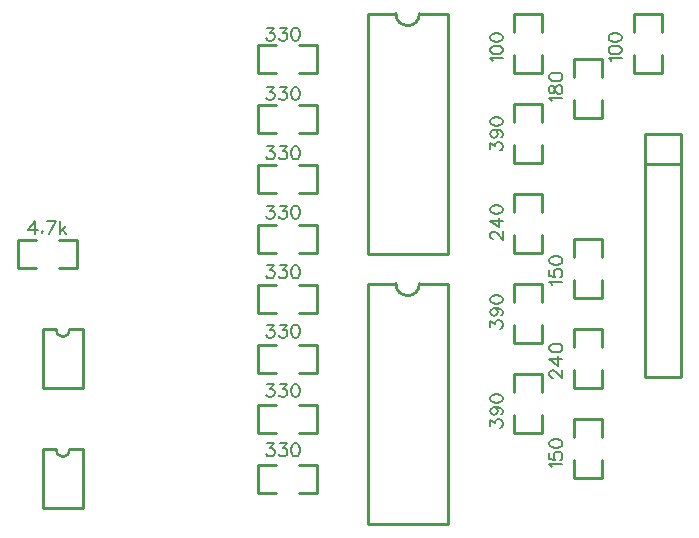
<source format=gto>
G04 Layer: TopSilkLayer*
G04 EasyEDA v6.3.41, 2020-05-05T16:43:25+03:00*
G04 77c085e715fd4d51943bb8e8cf624b98,92992e1295734089b6e5f9c93eeafd8a,10*
G04 Gerber Generator version 0.2*
G04 Scale: 100 percent, Rotated: No, Reflected: No *
G04 Dimensions in inches *
G04 leading zeros omitted , absolute positions ,2 integer and 4 decimal *
%FSLAX24Y24*%
%MOIN*%
G90*
G70D02*

%ADD10C,0.010000*%
%ADD19C,0.006000*%

%LPD*%
G54D10*
G01X4236Y4480D02*
G01X4669Y4480D01*
G01X4669Y2515D01*
G01X4669Y2515D02*
G01X3342Y2515D01*
G01X3342Y2515D02*
G01X3342Y4480D01*
G01X3771Y4480D01*
G01X4236Y8480D02*
G01X4669Y8480D01*
G01X4669Y6515D01*
G01X4669Y6515D02*
G01X3342Y6515D01*
G01X3342Y6515D02*
G01X3342Y8480D01*
G01X3771Y8480D01*
G01X24600Y15000D02*
G01X24600Y15000D01*
G01X23400Y15000D01*
G01X23400Y6900D01*
G01X24600Y6900D01*
G01X24600Y15000D01*
G01X24600Y14000D02*
G01X23400Y14000D01*
G01X19027Y11015D02*
G01X19972Y11015D01*
G01X19972Y12393D02*
G01X19972Y12984D01*
G01X19027Y12393D02*
G01X19027Y12984D01*
G01X19972Y11606D02*
G01X19972Y11015D01*
G01X19027Y11606D02*
G01X19027Y11015D01*
G01X19027Y12984D02*
G01X19972Y12984D01*
G01X19027Y8015D02*
G01X19972Y8015D01*
G01X19972Y9393D02*
G01X19972Y9984D01*
G01X19027Y9393D02*
G01X19027Y9984D01*
G01X19972Y8606D02*
G01X19972Y8015D01*
G01X19027Y8606D02*
G01X19027Y8015D01*
G01X19027Y9984D02*
G01X19972Y9984D01*
G01X21972Y5484D02*
G01X21027Y5484D01*
G01X21027Y4106D02*
G01X21027Y3515D01*
G01X21972Y4106D02*
G01X21972Y3515D01*
G01X21027Y4893D02*
G01X21027Y5484D01*
G01X21972Y4893D02*
G01X21972Y5484D01*
G01X21972Y3515D02*
G01X21027Y3515D01*
G01X21972Y8484D02*
G01X21027Y8484D01*
G01X21027Y7106D02*
G01X21027Y6515D01*
G01X21972Y7106D02*
G01X21972Y6515D01*
G01X21027Y7893D02*
G01X21027Y8484D01*
G01X21972Y7893D02*
G01X21972Y8484D01*
G01X21972Y6515D02*
G01X21027Y6515D01*
G01X19027Y5015D02*
G01X19972Y5015D01*
G01X19972Y6393D02*
G01X19972Y6984D01*
G01X19027Y6393D02*
G01X19027Y6984D01*
G01X19972Y5606D02*
G01X19972Y5015D01*
G01X19027Y5606D02*
G01X19027Y5015D01*
G01X19027Y6984D02*
G01X19972Y6984D01*
G01X4484Y10527D02*
G01X4484Y11472D01*
G01X3106Y11472D02*
G01X2515Y11472D01*
G01X3106Y10527D02*
G01X2515Y10527D01*
G01X3893Y11472D02*
G01X4484Y11472D01*
G01X3893Y10527D02*
G01X4484Y10527D01*
G01X2515Y10527D02*
G01X2515Y11472D01*
G01X10515Y9972D02*
G01X10515Y9027D01*
G01X11893Y9027D02*
G01X12484Y9027D01*
G01X11893Y9972D02*
G01X12484Y9972D01*
G01X11106Y9027D02*
G01X10515Y9027D01*
G01X11106Y9972D02*
G01X10515Y9972D01*
G01X12484Y9972D02*
G01X12484Y9027D01*
G01X10515Y7972D02*
G01X10515Y7027D01*
G01X11893Y7027D02*
G01X12484Y7027D01*
G01X11893Y7972D02*
G01X12484Y7972D01*
G01X11106Y7027D02*
G01X10515Y7027D01*
G01X11106Y7972D02*
G01X10515Y7972D01*
G01X12484Y7972D02*
G01X12484Y7027D01*
G01X23972Y18984D02*
G01X23027Y18984D01*
G01X23027Y17606D02*
G01X23027Y17015D01*
G01X23972Y17606D02*
G01X23972Y17015D01*
G01X23027Y18393D02*
G01X23027Y18984D01*
G01X23972Y18393D02*
G01X23972Y18984D01*
G01X23972Y17015D02*
G01X23027Y17015D01*
G01X10515Y3972D02*
G01X10515Y3027D01*
G01X11893Y3027D02*
G01X12484Y3027D01*
G01X11893Y3972D02*
G01X12484Y3972D01*
G01X11106Y3027D02*
G01X10515Y3027D01*
G01X11106Y3972D02*
G01X10515Y3972D01*
G01X12484Y3972D02*
G01X12484Y3027D01*
G01X10515Y17972D02*
G01X10515Y17027D01*
G01X11893Y17027D02*
G01X12484Y17027D01*
G01X11893Y17972D02*
G01X12484Y17972D01*
G01X11106Y17027D02*
G01X10515Y17027D01*
G01X11106Y17972D02*
G01X10515Y17972D01*
G01X12484Y17972D02*
G01X12484Y17027D01*
G01X10515Y15972D02*
G01X10515Y15027D01*
G01X11893Y15027D02*
G01X12484Y15027D01*
G01X11893Y15972D02*
G01X12484Y15972D01*
G01X11106Y15027D02*
G01X10515Y15027D01*
G01X11106Y15972D02*
G01X10515Y15972D01*
G01X12484Y15972D02*
G01X12484Y15027D01*
G01X10515Y13972D02*
G01X10515Y13027D01*
G01X11893Y13027D02*
G01X12484Y13027D01*
G01X11893Y13972D02*
G01X12484Y13972D01*
G01X11106Y13027D02*
G01X10515Y13027D01*
G01X11106Y13972D02*
G01X10515Y13972D01*
G01X12484Y13972D02*
G01X12484Y13027D01*
G01X10515Y11972D02*
G01X10515Y11027D01*
G01X11893Y11027D02*
G01X12484Y11027D01*
G01X11893Y11972D02*
G01X12484Y11972D01*
G01X11106Y11027D02*
G01X10515Y11027D01*
G01X11106Y11972D02*
G01X10515Y11972D01*
G01X12484Y11972D02*
G01X12484Y11027D01*
G01X19027Y17015D02*
G01X19972Y17015D01*
G01X19972Y18393D02*
G01X19972Y18984D01*
G01X19027Y18393D02*
G01X19027Y18984D01*
G01X19972Y17606D02*
G01X19972Y17015D01*
G01X19027Y17606D02*
G01X19027Y17015D01*
G01X19027Y18984D02*
G01X19972Y18984D01*
G01X19027Y14015D02*
G01X19972Y14015D01*
G01X19972Y15393D02*
G01X19972Y15984D01*
G01X19027Y15393D02*
G01X19027Y15984D01*
G01X19972Y14606D02*
G01X19972Y14015D01*
G01X19027Y14606D02*
G01X19027Y14015D01*
G01X19027Y15984D02*
G01X19972Y15984D01*
G01X21027Y15515D02*
G01X21972Y15515D01*
G01X21972Y16893D02*
G01X21972Y17484D01*
G01X21027Y16893D02*
G01X21027Y17484D01*
G01X21972Y16106D02*
G01X21972Y15515D01*
G01X21027Y16106D02*
G01X21027Y15515D01*
G01X21027Y17484D02*
G01X21972Y17484D01*
G01X21972Y11484D02*
G01X21027Y11484D01*
G01X21027Y10106D02*
G01X21027Y9515D01*
G01X21972Y10106D02*
G01X21972Y9515D01*
G01X21027Y10893D02*
G01X21027Y11484D01*
G01X21972Y10893D02*
G01X21972Y11484D01*
G01X21972Y9515D02*
G01X21027Y9515D01*
G01X10515Y5972D02*
G01X10515Y5027D01*
G01X11893Y5027D02*
G01X12484Y5027D01*
G01X11893Y5972D02*
G01X12484Y5972D01*
G01X11106Y5027D02*
G01X10515Y5027D01*
G01X11106Y5972D02*
G01X10515Y5972D01*
G01X12484Y5972D02*
G01X12484Y5027D01*
G01X14161Y11000D02*
G01X14161Y19000D01*
G01X16838Y11000D02*
G01X16838Y19000D01*
G01X16838Y11000D02*
G01X14161Y11000D01*
G01X16838Y19000D02*
G01X15893Y19000D01*
G01X14161Y19000D02*
G01X15106Y19000D01*
G01X14161Y2000D02*
G01X14161Y10000D01*
G01X16838Y2000D02*
G01X16838Y10000D01*
G01X16838Y2000D02*
G01X14161Y2000D01*
G01X16838Y10000D02*
G01X15893Y10000D01*
G01X14161Y10000D02*
G01X15106Y10000D01*
G54D19*
G01X18347Y11490D02*
G01X18327Y11490D01*
G01X18286Y11511D01*
G01X18265Y11530D01*
G01X18246Y11571D01*
G01X18246Y11653D01*
G01X18265Y11694D01*
G01X18286Y11715D01*
G01X18327Y11736D01*
G01X18368Y11736D01*
G01X18410Y11715D01*
G01X18471Y11675D01*
G01X18675Y11469D01*
G01X18675Y11755D01*
G01X18246Y12096D02*
G01X18531Y11890D01*
G01X18531Y12198D01*
G01X18246Y12096D02*
G01X18675Y12096D01*
G01X18246Y12455D02*
G01X18265Y12394D01*
G01X18327Y12353D01*
G01X18430Y12332D01*
G01X18490Y12332D01*
G01X18593Y12353D01*
G01X18655Y12394D01*
G01X18675Y12455D01*
G01X18675Y12496D01*
G01X18655Y12557D01*
G01X18593Y12598D01*
G01X18490Y12619D01*
G01X18430Y12619D01*
G01X18327Y12598D01*
G01X18265Y12557D01*
G01X18246Y12496D01*
G01X18246Y12455D01*
G01X18246Y8540D02*
G01X18246Y8765D01*
G01X18410Y8642D01*
G01X18410Y8705D01*
G01X18430Y8744D01*
G01X18450Y8765D01*
G01X18511Y8786D01*
G01X18552Y8786D01*
G01X18614Y8765D01*
G01X18655Y8725D01*
G01X18675Y8663D01*
G01X18675Y8601D01*
G01X18655Y8540D01*
G01X18635Y8519D01*
G01X18593Y8500D01*
G01X18389Y9186D02*
G01X18450Y9167D01*
G01X18490Y9126D01*
G01X18511Y9065D01*
G01X18511Y9044D01*
G01X18490Y8982D01*
G01X18450Y8942D01*
G01X18389Y8921D01*
G01X18368Y8921D01*
G01X18306Y8942D01*
G01X18265Y8982D01*
G01X18246Y9044D01*
G01X18246Y9065D01*
G01X18265Y9126D01*
G01X18306Y9167D01*
G01X18389Y9186D01*
G01X18490Y9186D01*
G01X18593Y9167D01*
G01X18655Y9126D01*
G01X18675Y9065D01*
G01X18675Y9023D01*
G01X18655Y8961D01*
G01X18614Y8942D01*
G01X18246Y9444D02*
G01X18265Y9384D01*
G01X18327Y9342D01*
G01X18430Y9321D01*
G01X18490Y9321D01*
G01X18593Y9342D01*
G01X18655Y9384D01*
G01X18675Y9444D01*
G01X18675Y9486D01*
G01X18655Y9546D01*
G01X18593Y9588D01*
G01X18490Y9609D01*
G01X18430Y9609D01*
G01X18327Y9588D01*
G01X18265Y9546D01*
G01X18246Y9486D01*
G01X18246Y9444D01*
G01X20307Y3880D02*
G01X20286Y3921D01*
G01X20226Y3982D01*
G01X20655Y3982D01*
G01X20226Y4363D02*
G01X20226Y4157D01*
G01X20410Y4138D01*
G01X20389Y4157D01*
G01X20368Y4219D01*
G01X20368Y4280D01*
G01X20389Y4342D01*
G01X20430Y4382D01*
G01X20492Y4403D01*
G01X20532Y4403D01*
G01X20593Y4382D01*
G01X20635Y4342D01*
G01X20655Y4280D01*
G01X20655Y4219D01*
G01X20635Y4157D01*
G01X20614Y4138D01*
G01X20573Y4117D01*
G01X20226Y4661D02*
G01X20246Y4600D01*
G01X20307Y4559D01*
G01X20410Y4538D01*
G01X20471Y4538D01*
G01X20573Y4559D01*
G01X20635Y4600D01*
G01X20655Y4661D01*
G01X20655Y4701D01*
G01X20635Y4763D01*
G01X20573Y4805D01*
G01X20471Y4825D01*
G01X20410Y4825D01*
G01X20307Y4805D01*
G01X20246Y4763D01*
G01X20226Y4701D01*
G01X20226Y4661D01*
G01X20327Y6869D02*
G01X20307Y6869D01*
G01X20267Y6890D01*
G01X20246Y6911D01*
G01X20226Y6951D01*
G01X20226Y7034D01*
G01X20246Y7075D01*
G01X20267Y7094D01*
G01X20307Y7115D01*
G01X20348Y7115D01*
G01X20389Y7094D01*
G01X20451Y7055D01*
G01X20655Y6850D01*
G01X20655Y7136D01*
G01X20226Y7476D02*
G01X20511Y7271D01*
G01X20511Y7578D01*
G01X20226Y7476D02*
G01X20655Y7476D01*
G01X20226Y7836D02*
G01X20246Y7775D01*
G01X20307Y7734D01*
G01X20410Y7713D01*
G01X20471Y7713D01*
G01X20573Y7734D01*
G01X20635Y7775D01*
G01X20655Y7836D01*
G01X20655Y7876D01*
G01X20635Y7938D01*
G01X20573Y7978D01*
G01X20471Y8000D01*
G01X20410Y8000D01*
G01X20307Y7978D01*
G01X20246Y7938D01*
G01X20226Y7876D01*
G01X20226Y7836D01*
G01X18246Y5240D02*
G01X18246Y5465D01*
G01X18410Y5342D01*
G01X18410Y5405D01*
G01X18430Y5444D01*
G01X18450Y5465D01*
G01X18511Y5486D01*
G01X18552Y5486D01*
G01X18614Y5465D01*
G01X18655Y5425D01*
G01X18675Y5363D01*
G01X18675Y5301D01*
G01X18655Y5240D01*
G01X18635Y5219D01*
G01X18593Y5200D01*
G01X18389Y5886D02*
G01X18450Y5867D01*
G01X18490Y5826D01*
G01X18511Y5765D01*
G01X18511Y5744D01*
G01X18490Y5682D01*
G01X18450Y5642D01*
G01X18389Y5621D01*
G01X18368Y5621D01*
G01X18306Y5642D01*
G01X18265Y5682D01*
G01X18246Y5744D01*
G01X18246Y5765D01*
G01X18265Y5826D01*
G01X18306Y5867D01*
G01X18389Y5886D01*
G01X18490Y5886D01*
G01X18593Y5867D01*
G01X18655Y5826D01*
G01X18675Y5765D01*
G01X18675Y5723D01*
G01X18655Y5661D01*
G01X18614Y5642D01*
G01X18246Y6144D02*
G01X18265Y6084D01*
G01X18327Y6042D01*
G01X18430Y6021D01*
G01X18490Y6021D01*
G01X18593Y6042D01*
G01X18655Y6084D01*
G01X18675Y6144D01*
G01X18675Y6186D01*
G01X18655Y6246D01*
G01X18593Y6288D01*
G01X18490Y6309D01*
G01X18430Y6309D01*
G01X18327Y6288D01*
G01X18265Y6246D01*
G01X18246Y6186D01*
G01X18246Y6144D01*
G01X3064Y12073D02*
G01X2860Y11788D01*
G01X3167Y11788D01*
G01X3064Y12073D02*
G01X3064Y11644D01*
G01X3322Y11746D02*
G01X3302Y11726D01*
G01X3322Y11705D01*
G01X3343Y11726D01*
G01X3322Y11746D01*
G01X3764Y12073D02*
G01X3560Y11644D01*
G01X3477Y12073D02*
G01X3764Y12073D01*
G01X3898Y12073D02*
G01X3898Y11644D01*
G01X4103Y11930D02*
G01X3898Y11726D01*
G01X3981Y11807D02*
G01X4123Y11644D01*
G01X10821Y10613D02*
G01X11046Y10613D01*
G01X10922Y10450D01*
G01X10985Y10450D01*
G01X11025Y10430D01*
G01X11046Y10409D01*
G01X11065Y10348D01*
G01X11065Y10307D01*
G01X11046Y10246D01*
G01X11005Y10205D01*
G01X10943Y10184D01*
G01X10881Y10184D01*
G01X10821Y10205D01*
G01X10800Y10225D01*
G01X10780Y10265D01*
G01X11242Y10613D02*
G01X11467Y10613D01*
G01X11344Y10450D01*
G01X11406Y10450D01*
G01X11447Y10430D01*
G01X11467Y10409D01*
G01X11488Y10348D01*
G01X11488Y10307D01*
G01X11467Y10246D01*
G01X11426Y10205D01*
G01X11364Y10184D01*
G01X11303Y10184D01*
G01X11242Y10205D01*
G01X11222Y10225D01*
G01X11201Y10265D01*
G01X11744Y10613D02*
G01X11684Y10594D01*
G01X11643Y10532D01*
G01X11622Y10430D01*
G01X11622Y10369D01*
G01X11643Y10265D01*
G01X11684Y10205D01*
G01X11744Y10184D01*
G01X11785Y10184D01*
G01X11847Y10205D01*
G01X11889Y10265D01*
G01X11909Y10369D01*
G01X11909Y10430D01*
G01X11889Y10532D01*
G01X11847Y10594D01*
G01X11785Y10613D01*
G01X11744Y10613D01*
G01X10821Y8634D02*
G01X11046Y8634D01*
G01X10922Y8469D01*
G01X10985Y8469D01*
G01X11025Y8450D01*
G01X11046Y8430D01*
G01X11065Y8367D01*
G01X11065Y8326D01*
G01X11046Y8265D01*
G01X11005Y8225D01*
G01X10943Y8205D01*
G01X10881Y8205D01*
G01X10821Y8225D01*
G01X10800Y8244D01*
G01X10780Y8286D01*
G01X11242Y8634D02*
G01X11467Y8634D01*
G01X11344Y8469D01*
G01X11406Y8469D01*
G01X11447Y8450D01*
G01X11467Y8430D01*
G01X11488Y8367D01*
G01X11488Y8326D01*
G01X11467Y8265D01*
G01X11426Y8225D01*
G01X11364Y8205D01*
G01X11303Y8205D01*
G01X11242Y8225D01*
G01X11222Y8244D01*
G01X11201Y8286D01*
G01X11744Y8634D02*
G01X11684Y8613D01*
G01X11643Y8551D01*
G01X11622Y8450D01*
G01X11622Y8388D01*
G01X11643Y8286D01*
G01X11684Y8225D01*
G01X11744Y8205D01*
G01X11785Y8205D01*
G01X11847Y8225D01*
G01X11889Y8286D01*
G01X11909Y8388D01*
G01X11909Y8450D01*
G01X11889Y8551D01*
G01X11847Y8613D01*
G01X11785Y8634D01*
G01X11744Y8634D01*
G01X22288Y17409D02*
G01X22267Y17451D01*
G01X22206Y17511D01*
G01X22635Y17511D01*
G01X22206Y17769D02*
G01X22226Y17709D01*
G01X22288Y17667D01*
G01X22389Y17646D01*
G01X22451Y17646D01*
G01X22553Y17667D01*
G01X22614Y17709D01*
G01X22635Y17769D01*
G01X22635Y17811D01*
G01X22614Y17871D01*
G01X22553Y17913D01*
G01X22451Y17934D01*
G01X22389Y17934D01*
G01X22288Y17913D01*
G01X22226Y17871D01*
G01X22206Y17811D01*
G01X22206Y17769D01*
G01X22206Y18190D02*
G01X22226Y18130D01*
G01X22288Y18088D01*
G01X22389Y18069D01*
G01X22451Y18069D01*
G01X22553Y18088D01*
G01X22614Y18130D01*
G01X22635Y18190D01*
G01X22635Y18232D01*
G01X22614Y18294D01*
G01X22553Y18334D01*
G01X22451Y18355D01*
G01X22389Y18355D01*
G01X22288Y18334D01*
G01X22226Y18294D01*
G01X22206Y18232D01*
G01X22206Y18190D01*
G01X10821Y4673D02*
G01X11046Y4673D01*
G01X10922Y4509D01*
G01X10985Y4509D01*
G01X11025Y4490D01*
G01X11046Y4469D01*
G01X11065Y4407D01*
G01X11065Y4367D01*
G01X11046Y4305D01*
G01X11005Y4265D01*
G01X10943Y4244D01*
G01X10881Y4244D01*
G01X10821Y4265D01*
G01X10800Y4284D01*
G01X10780Y4326D01*
G01X11242Y4673D02*
G01X11467Y4673D01*
G01X11344Y4509D01*
G01X11406Y4509D01*
G01X11447Y4490D01*
G01X11467Y4469D01*
G01X11488Y4407D01*
G01X11488Y4367D01*
G01X11467Y4305D01*
G01X11426Y4265D01*
G01X11364Y4244D01*
G01X11303Y4244D01*
G01X11242Y4265D01*
G01X11222Y4284D01*
G01X11201Y4326D01*
G01X11744Y4673D02*
G01X11684Y4653D01*
G01X11643Y4592D01*
G01X11622Y4490D01*
G01X11622Y4428D01*
G01X11643Y4326D01*
G01X11684Y4265D01*
G01X11744Y4244D01*
G01X11785Y4244D01*
G01X11847Y4265D01*
G01X11889Y4326D01*
G01X11909Y4428D01*
G01X11909Y4490D01*
G01X11889Y4592D01*
G01X11847Y4653D01*
G01X11785Y4673D01*
G01X11744Y4673D01*
G01X10821Y18534D02*
G01X11046Y18534D01*
G01X10922Y18369D01*
G01X10985Y18369D01*
G01X11025Y18350D01*
G01X11046Y18330D01*
G01X11065Y18267D01*
G01X11065Y18227D01*
G01X11046Y18165D01*
G01X11005Y18125D01*
G01X10943Y18105D01*
G01X10881Y18105D01*
G01X10821Y18125D01*
G01X10800Y18144D01*
G01X10780Y18186D01*
G01X11242Y18534D02*
G01X11467Y18534D01*
G01X11344Y18369D01*
G01X11406Y18369D01*
G01X11447Y18350D01*
G01X11467Y18330D01*
G01X11488Y18267D01*
G01X11488Y18227D01*
G01X11467Y18165D01*
G01X11426Y18125D01*
G01X11364Y18105D01*
G01X11303Y18105D01*
G01X11242Y18125D01*
G01X11222Y18144D01*
G01X11201Y18186D01*
G01X11744Y18534D02*
G01X11684Y18513D01*
G01X11643Y18452D01*
G01X11622Y18350D01*
G01X11622Y18288D01*
G01X11643Y18186D01*
G01X11684Y18125D01*
G01X11744Y18105D01*
G01X11785Y18105D01*
G01X11847Y18125D01*
G01X11889Y18186D01*
G01X11909Y18288D01*
G01X11909Y18350D01*
G01X11889Y18452D01*
G01X11847Y18513D01*
G01X11785Y18534D01*
G01X11744Y18534D01*
G01X10821Y16553D02*
G01X11046Y16553D01*
G01X10922Y16390D01*
G01X10985Y16390D01*
G01X11025Y16369D01*
G01X11046Y16350D01*
G01X11065Y16288D01*
G01X11065Y16246D01*
G01X11046Y16186D01*
G01X11005Y16144D01*
G01X10943Y16125D01*
G01X10881Y16125D01*
G01X10821Y16144D01*
G01X10800Y16165D01*
G01X10780Y16205D01*
G01X11242Y16553D02*
G01X11467Y16553D01*
G01X11344Y16390D01*
G01X11406Y16390D01*
G01X11447Y16369D01*
G01X11467Y16350D01*
G01X11488Y16288D01*
G01X11488Y16246D01*
G01X11467Y16186D01*
G01X11426Y16144D01*
G01X11364Y16125D01*
G01X11303Y16125D01*
G01X11242Y16144D01*
G01X11222Y16165D01*
G01X11201Y16205D01*
G01X11744Y16553D02*
G01X11684Y16534D01*
G01X11643Y16471D01*
G01X11622Y16369D01*
G01X11622Y16309D01*
G01X11643Y16205D01*
G01X11684Y16144D01*
G01X11744Y16125D01*
G01X11785Y16125D01*
G01X11847Y16144D01*
G01X11889Y16205D01*
G01X11909Y16309D01*
G01X11909Y16369D01*
G01X11889Y16471D01*
G01X11847Y16534D01*
G01X11785Y16553D01*
G01X11744Y16553D01*
G01X10821Y14573D02*
G01X11046Y14573D01*
G01X10922Y14409D01*
G01X10985Y14409D01*
G01X11025Y14390D01*
G01X11046Y14369D01*
G01X11065Y14307D01*
G01X11065Y14267D01*
G01X11046Y14205D01*
G01X11005Y14165D01*
G01X10943Y14144D01*
G01X10881Y14144D01*
G01X10821Y14165D01*
G01X10800Y14184D01*
G01X10780Y14226D01*
G01X11242Y14573D02*
G01X11467Y14573D01*
G01X11344Y14409D01*
G01X11406Y14409D01*
G01X11447Y14390D01*
G01X11467Y14369D01*
G01X11488Y14307D01*
G01X11488Y14267D01*
G01X11467Y14205D01*
G01X11426Y14165D01*
G01X11364Y14144D01*
G01X11303Y14144D01*
G01X11242Y14165D01*
G01X11222Y14184D01*
G01X11201Y14226D01*
G01X11744Y14573D02*
G01X11684Y14553D01*
G01X11643Y14492D01*
G01X11622Y14390D01*
G01X11622Y14328D01*
G01X11643Y14226D01*
G01X11684Y14165D01*
G01X11744Y14144D01*
G01X11785Y14144D01*
G01X11847Y14165D01*
G01X11889Y14226D01*
G01X11909Y14328D01*
G01X11909Y14390D01*
G01X11889Y14492D01*
G01X11847Y14553D01*
G01X11785Y14573D01*
G01X11744Y14573D01*
G01X10821Y12594D02*
G01X11046Y12594D01*
G01X10922Y12430D01*
G01X10985Y12430D01*
G01X11025Y12409D01*
G01X11046Y12390D01*
G01X11065Y12328D01*
G01X11065Y12286D01*
G01X11046Y12226D01*
G01X11005Y12184D01*
G01X10943Y12165D01*
G01X10881Y12165D01*
G01X10821Y12184D01*
G01X10800Y12205D01*
G01X10780Y12246D01*
G01X11242Y12594D02*
G01X11467Y12594D01*
G01X11344Y12430D01*
G01X11406Y12430D01*
G01X11447Y12409D01*
G01X11467Y12390D01*
G01X11488Y12328D01*
G01X11488Y12286D01*
G01X11467Y12226D01*
G01X11426Y12184D01*
G01X11364Y12165D01*
G01X11303Y12165D01*
G01X11242Y12184D01*
G01X11222Y12205D01*
G01X11201Y12246D01*
G01X11744Y12594D02*
G01X11684Y12573D01*
G01X11643Y12511D01*
G01X11622Y12409D01*
G01X11622Y12348D01*
G01X11643Y12246D01*
G01X11684Y12184D01*
G01X11744Y12165D01*
G01X11785Y12165D01*
G01X11847Y12184D01*
G01X11889Y12246D01*
G01X11909Y12348D01*
G01X11909Y12409D01*
G01X11889Y12511D01*
G01X11847Y12573D01*
G01X11785Y12594D01*
G01X11744Y12594D01*
G01X18327Y17409D02*
G01X18306Y17451D01*
G01X18246Y17511D01*
G01X18675Y17511D01*
G01X18246Y17769D02*
G01X18265Y17709D01*
G01X18327Y17667D01*
G01X18430Y17646D01*
G01X18490Y17646D01*
G01X18593Y17667D01*
G01X18655Y17709D01*
G01X18675Y17769D01*
G01X18675Y17811D01*
G01X18655Y17871D01*
G01X18593Y17913D01*
G01X18490Y17934D01*
G01X18430Y17934D01*
G01X18327Y17913D01*
G01X18265Y17871D01*
G01X18246Y17811D01*
G01X18246Y17769D01*
G01X18246Y18190D02*
G01X18265Y18130D01*
G01X18327Y18088D01*
G01X18430Y18069D01*
G01X18490Y18069D01*
G01X18593Y18088D01*
G01X18655Y18130D01*
G01X18675Y18190D01*
G01X18675Y18232D01*
G01X18655Y18294D01*
G01X18593Y18334D01*
G01X18490Y18355D01*
G01X18430Y18355D01*
G01X18327Y18334D01*
G01X18265Y18294D01*
G01X18246Y18232D01*
G01X18246Y18190D01*
G01X18246Y14480D02*
G01X18246Y14705D01*
G01X18410Y14582D01*
G01X18410Y14644D01*
G01X18430Y14684D01*
G01X18450Y14705D01*
G01X18511Y14726D01*
G01X18552Y14726D01*
G01X18614Y14705D01*
G01X18655Y14665D01*
G01X18675Y14603D01*
G01X18675Y14542D01*
G01X18655Y14480D01*
G01X18635Y14459D01*
G01X18593Y14440D01*
G01X18389Y15126D02*
G01X18450Y15107D01*
G01X18490Y15065D01*
G01X18511Y15005D01*
G01X18511Y14984D01*
G01X18490Y14923D01*
G01X18450Y14882D01*
G01X18389Y14861D01*
G01X18368Y14861D01*
G01X18306Y14882D01*
G01X18265Y14923D01*
G01X18246Y14984D01*
G01X18246Y15005D01*
G01X18265Y15065D01*
G01X18306Y15107D01*
G01X18389Y15126D01*
G01X18490Y15126D01*
G01X18593Y15107D01*
G01X18655Y15065D01*
G01X18675Y15005D01*
G01X18675Y14963D01*
G01X18655Y14901D01*
G01X18614Y14882D01*
G01X18246Y15384D02*
G01X18265Y15323D01*
G01X18327Y15282D01*
G01X18430Y15261D01*
G01X18490Y15261D01*
G01X18593Y15282D01*
G01X18655Y15323D01*
G01X18675Y15384D01*
G01X18675Y15426D01*
G01X18655Y15486D01*
G01X18593Y15528D01*
G01X18490Y15548D01*
G01X18430Y15548D01*
G01X18327Y15528D01*
G01X18265Y15486D01*
G01X18246Y15426D01*
G01X18246Y15384D01*
G01X20307Y16090D02*
G01X20286Y16130D01*
G01X20226Y16192D01*
G01X20655Y16192D01*
G01X20226Y16430D02*
G01X20246Y16367D01*
G01X20286Y16348D01*
G01X20327Y16348D01*
G01X20368Y16367D01*
G01X20389Y16409D01*
G01X20410Y16490D01*
G01X20430Y16552D01*
G01X20471Y16592D01*
G01X20511Y16613D01*
G01X20573Y16613D01*
G01X20614Y16592D01*
G01X20635Y16573D01*
G01X20655Y16511D01*
G01X20655Y16430D01*
G01X20635Y16367D01*
G01X20614Y16348D01*
G01X20573Y16326D01*
G01X20511Y16326D01*
G01X20471Y16348D01*
G01X20430Y16388D01*
G01X20410Y16450D01*
G01X20389Y16532D01*
G01X20368Y16573D01*
G01X20327Y16592D01*
G01X20286Y16592D01*
G01X20246Y16573D01*
G01X20226Y16511D01*
G01X20226Y16430D01*
G01X20226Y16871D02*
G01X20246Y16809D01*
G01X20307Y16769D01*
G01X20410Y16748D01*
G01X20471Y16748D01*
G01X20573Y16769D01*
G01X20635Y16809D01*
G01X20655Y16871D01*
G01X20655Y16911D01*
G01X20635Y16973D01*
G01X20573Y17015D01*
G01X20471Y17034D01*
G01X20410Y17034D01*
G01X20307Y17015D01*
G01X20246Y16973D01*
G01X20226Y16911D01*
G01X20226Y16871D01*
G01X20307Y9969D02*
G01X20286Y10011D01*
G01X20226Y10071D01*
G01X20655Y10071D01*
G01X20226Y10453D02*
G01X20226Y10248D01*
G01X20410Y10228D01*
G01X20389Y10248D01*
G01X20368Y10309D01*
G01X20368Y10371D01*
G01X20389Y10432D01*
G01X20430Y10473D01*
G01X20492Y10494D01*
G01X20532Y10494D01*
G01X20593Y10473D01*
G01X20635Y10432D01*
G01X20655Y10371D01*
G01X20655Y10309D01*
G01X20635Y10248D01*
G01X20614Y10228D01*
G01X20573Y10207D01*
G01X20226Y10751D02*
G01X20246Y10690D01*
G01X20307Y10648D01*
G01X20410Y10628D01*
G01X20471Y10628D01*
G01X20573Y10648D01*
G01X20635Y10690D01*
G01X20655Y10751D01*
G01X20655Y10792D01*
G01X20635Y10853D01*
G01X20573Y10894D01*
G01X20471Y10915D01*
G01X20410Y10915D01*
G01X20307Y10894D01*
G01X20246Y10853D01*
G01X20226Y10792D01*
G01X20226Y10751D01*
G01X10821Y6653D02*
G01X11046Y6653D01*
G01X10922Y6490D01*
G01X10985Y6490D01*
G01X11025Y6469D01*
G01X11046Y6450D01*
G01X11065Y6388D01*
G01X11065Y6346D01*
G01X11046Y6286D01*
G01X11005Y6244D01*
G01X10943Y6225D01*
G01X10881Y6225D01*
G01X10821Y6244D01*
G01X10800Y6265D01*
G01X10780Y6305D01*
G01X11242Y6653D02*
G01X11467Y6653D01*
G01X11344Y6490D01*
G01X11406Y6490D01*
G01X11447Y6469D01*
G01X11467Y6450D01*
G01X11488Y6388D01*
G01X11488Y6346D01*
G01X11467Y6286D01*
G01X11426Y6244D01*
G01X11364Y6225D01*
G01X11303Y6225D01*
G01X11242Y6244D01*
G01X11222Y6265D01*
G01X11201Y6305D01*
G01X11744Y6653D02*
G01X11684Y6634D01*
G01X11643Y6571D01*
G01X11622Y6469D01*
G01X11622Y6409D01*
G01X11643Y6305D01*
G01X11684Y6244D01*
G01X11744Y6225D01*
G01X11785Y6225D01*
G01X11847Y6244D01*
G01X11889Y6305D01*
G01X11909Y6409D01*
G01X11909Y6469D01*
G01X11889Y6571D01*
G01X11847Y6634D01*
G01X11785Y6653D01*
G01X11744Y6653D01*
G54D10*
G75*
G01X4236Y4480D02*
G02X3772Y4480I-232J-17D01*
G01*
G75*
G01X4236Y8480D02*
G02X3772Y8480I-232J-17D01*
G01*
G75*
G01X15894Y19000D02*
G02X15106Y19000I-394J0D01*
G01*
G75*
G01X15894Y10000D02*
G02X15106Y10000I-394J0D01*
G01*
M00*
M02*

</source>
